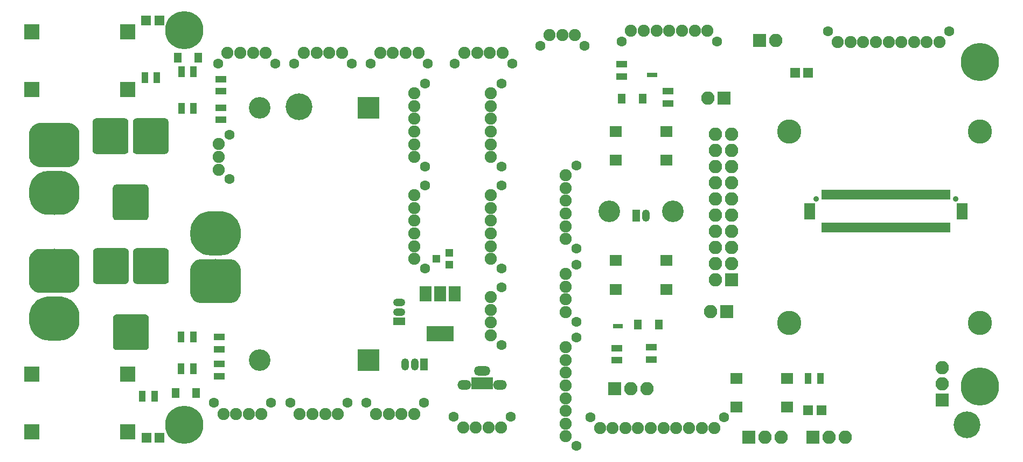
<source format=gts>
G04 #@! TF.GenerationSoftware,KiCad,Pcbnew,(2017-08-27 revision e3c64f1f0)-makepkg*
G04 #@! TF.CreationDate,2017-09-07T11:52:54+02:00*
G04 #@! TF.ProjectId,Breakout-Platine-Cube,427265616B6F75742D506C6174696E65,rev?*
G04 #@! TF.SameCoordinates,Original*
G04 #@! TF.FileFunction,Soldermask,Top*
G04 #@! TF.FilePolarity,Negative*
%FSLAX46Y46*%
G04 Gerber Fmt 4.6, Leading zero omitted, Abs format (unit mm)*
G04 Created by KiCad (PCBNEW (2017-08-27 revision e3c64f1f0)-makepkg) date 09/07/17 11:52:54*
%MOMM*%
%LPD*%
G01*
G04 APERTURE LIST*
%ADD10R,1.900000X2.400000*%
%ADD11R,4.200000X2.400000*%
%ADD12C,1.600000*%
%ADD13C,1.900000*%
%ADD14C,0.100000*%
%ADD15C,5.600000*%
%ADD16R,1.100000X1.700000*%
%ADD17C,6.000000*%
%ADD18O,1.900000X1.200000*%
%ADD19R,1.900000X1.200000*%
%ADD20C,4.200000*%
%ADD21R,0.650000X1.550000*%
%ADD22C,0.900000*%
%ADD23R,1.800000X2.500000*%
%ADD24C,3.800000*%
%ADD25O,1.200000X1.900000*%
%ADD26R,1.200000X1.900000*%
%ADD27C,3.400000*%
%ADD28R,1.700000X1.100000*%
%ADD29R,1.300000X1.600000*%
%ADD30R,2.100000X2.100000*%
%ADD31O,2.100000X2.100000*%
%ADD32R,0.850000X0.800000*%
%ADD33O,2.600000X1.500000*%
%ADD34O,2.200000X1.500000*%
%ADD35R,0.850000X1.900000*%
%ADD36C,6.900000*%
%ADD37R,1.950000X1.700000*%
%ADD38R,3.400000X3.400000*%
%ADD39R,2.400000X2.400000*%
%ADD40R,1.598880X1.598880*%
%ADD41R,1.300000X1.200000*%
G04 APERTURE END LIST*
D10*
X231470000Y-132700000D03*
X226870000Y-132700000D03*
X229170000Y-132700000D03*
D11*
X229170000Y-139000000D03*
D12*
X238845618Y-140722266D03*
X238845618Y-131722266D03*
D13*
X237145618Y-139222266D03*
X237145618Y-137222266D03*
X237145618Y-135222266D03*
X237145618Y-133222266D03*
D14*
G36*
X182844890Y-115552697D02*
X182899251Y-115560760D01*
X182952559Y-115574113D01*
X183004303Y-115592627D01*
X183053982Y-115616124D01*
X183101119Y-115644377D01*
X183145260Y-115677114D01*
X183185980Y-115714020D01*
X183222886Y-115754740D01*
X183255623Y-115798881D01*
X183283876Y-115846018D01*
X183307373Y-115895697D01*
X183325887Y-115947441D01*
X183339240Y-116000749D01*
X183347303Y-116055110D01*
X183350000Y-116110000D01*
X183350000Y-120590000D01*
X183347303Y-120644890D01*
X183339240Y-120699251D01*
X183325887Y-120752559D01*
X183307373Y-120804303D01*
X183283876Y-120853982D01*
X183255623Y-120901119D01*
X183222886Y-120945260D01*
X183185980Y-120985980D01*
X183145260Y-121022886D01*
X183101119Y-121055623D01*
X183053982Y-121083876D01*
X183004303Y-121107373D01*
X182952559Y-121125887D01*
X182899251Y-121139240D01*
X182844890Y-121147303D01*
X182790000Y-121150000D01*
X178310000Y-121150000D01*
X178255110Y-121147303D01*
X178200749Y-121139240D01*
X178147441Y-121125887D01*
X178095697Y-121107373D01*
X178046018Y-121083876D01*
X177998881Y-121055623D01*
X177954740Y-121022886D01*
X177914020Y-120985980D01*
X177877114Y-120945260D01*
X177844377Y-120901119D01*
X177816124Y-120853982D01*
X177792627Y-120804303D01*
X177774113Y-120752559D01*
X177760760Y-120699251D01*
X177752697Y-120644890D01*
X177750000Y-120590000D01*
X177750000Y-116110000D01*
X177752697Y-116055110D01*
X177760760Y-116000749D01*
X177774113Y-115947441D01*
X177792627Y-115895697D01*
X177816124Y-115846018D01*
X177844377Y-115798881D01*
X177877114Y-115754740D01*
X177914020Y-115714020D01*
X177954740Y-115677114D01*
X177998881Y-115644377D01*
X178046018Y-115616124D01*
X178095697Y-115592627D01*
X178147441Y-115574113D01*
X178200749Y-115560760D01*
X178255110Y-115552697D01*
X178310000Y-115550000D01*
X182790000Y-115550000D01*
X182844890Y-115552697D01*
X182844890Y-115552697D01*
G37*
D15*
X180550000Y-118350000D03*
D14*
G36*
X179694890Y-105152697D02*
X179749251Y-105160760D01*
X179802559Y-105174113D01*
X179854303Y-105192627D01*
X179903982Y-105216124D01*
X179951119Y-105244377D01*
X179995260Y-105277114D01*
X180035980Y-105314020D01*
X180072886Y-105354740D01*
X180105623Y-105398881D01*
X180133876Y-105446018D01*
X180157373Y-105495697D01*
X180175887Y-105547441D01*
X180189240Y-105600749D01*
X180197303Y-105655110D01*
X180200000Y-105710000D01*
X180200000Y-110190000D01*
X180197303Y-110244890D01*
X180189240Y-110299251D01*
X180175887Y-110352559D01*
X180157373Y-110404303D01*
X180133876Y-110453982D01*
X180105623Y-110501119D01*
X180072886Y-110545260D01*
X180035980Y-110585980D01*
X179995260Y-110622886D01*
X179951119Y-110655623D01*
X179903982Y-110683876D01*
X179854303Y-110707373D01*
X179802559Y-110725887D01*
X179749251Y-110739240D01*
X179694890Y-110747303D01*
X179640000Y-110750000D01*
X175160000Y-110750000D01*
X175105110Y-110747303D01*
X175050749Y-110739240D01*
X174997441Y-110725887D01*
X174945697Y-110707373D01*
X174896018Y-110683876D01*
X174848881Y-110655623D01*
X174804740Y-110622886D01*
X174764020Y-110585980D01*
X174727114Y-110545260D01*
X174694377Y-110501119D01*
X174666124Y-110453982D01*
X174642627Y-110404303D01*
X174624113Y-110352559D01*
X174610760Y-110299251D01*
X174602697Y-110244890D01*
X174600000Y-110190000D01*
X174600000Y-105710000D01*
X174602697Y-105655110D01*
X174610760Y-105600749D01*
X174624113Y-105547441D01*
X174642627Y-105495697D01*
X174666124Y-105446018D01*
X174694377Y-105398881D01*
X174727114Y-105354740D01*
X174764020Y-105314020D01*
X174804740Y-105277114D01*
X174848881Y-105244377D01*
X174896018Y-105216124D01*
X174945697Y-105192627D01*
X174997441Y-105174113D01*
X175050749Y-105160760D01*
X175105110Y-105152697D01*
X175160000Y-105150000D01*
X179640000Y-105150000D01*
X179694890Y-105152697D01*
X179694890Y-105152697D01*
G37*
D15*
X177400000Y-107950000D03*
D14*
G36*
X185994890Y-105152697D02*
X186049251Y-105160760D01*
X186102559Y-105174113D01*
X186154303Y-105192627D01*
X186203982Y-105216124D01*
X186251119Y-105244377D01*
X186295260Y-105277114D01*
X186335980Y-105314020D01*
X186372886Y-105354740D01*
X186405623Y-105398881D01*
X186433876Y-105446018D01*
X186457373Y-105495697D01*
X186475887Y-105547441D01*
X186489240Y-105600749D01*
X186497303Y-105655110D01*
X186500000Y-105710000D01*
X186500000Y-110190000D01*
X186497303Y-110244890D01*
X186489240Y-110299251D01*
X186475887Y-110352559D01*
X186457373Y-110404303D01*
X186433876Y-110453982D01*
X186405623Y-110501119D01*
X186372886Y-110545260D01*
X186335980Y-110585980D01*
X186295260Y-110622886D01*
X186251119Y-110655623D01*
X186203982Y-110683876D01*
X186154303Y-110707373D01*
X186102559Y-110725887D01*
X186049251Y-110739240D01*
X185994890Y-110747303D01*
X185940000Y-110750000D01*
X181460000Y-110750000D01*
X181405110Y-110747303D01*
X181350749Y-110739240D01*
X181297441Y-110725887D01*
X181245697Y-110707373D01*
X181196018Y-110683876D01*
X181148881Y-110655623D01*
X181104740Y-110622886D01*
X181064020Y-110585980D01*
X181027114Y-110545260D01*
X180994377Y-110501119D01*
X180966124Y-110453982D01*
X180942627Y-110404303D01*
X180924113Y-110352559D01*
X180910760Y-110299251D01*
X180902697Y-110244890D01*
X180900000Y-110190000D01*
X180900000Y-105710000D01*
X180902697Y-105655110D01*
X180910760Y-105600749D01*
X180924113Y-105547441D01*
X180942627Y-105495697D01*
X180966124Y-105446018D01*
X180994377Y-105398881D01*
X181027114Y-105354740D01*
X181064020Y-105314020D01*
X181104740Y-105277114D01*
X181148881Y-105244377D01*
X181196018Y-105216124D01*
X181245697Y-105192627D01*
X181297441Y-105174113D01*
X181350749Y-105160760D01*
X181405110Y-105152697D01*
X181460000Y-105150000D01*
X185940000Y-105150000D01*
X185994890Y-105152697D01*
X185994890Y-105152697D01*
G37*
D15*
X183700000Y-107950000D03*
D14*
G36*
X182894890Y-135952697D02*
X182949251Y-135960760D01*
X183002559Y-135974113D01*
X183054303Y-135992627D01*
X183103982Y-136016124D01*
X183151119Y-136044377D01*
X183195260Y-136077114D01*
X183235980Y-136114020D01*
X183272886Y-136154740D01*
X183305623Y-136198881D01*
X183333876Y-136246018D01*
X183357373Y-136295697D01*
X183375887Y-136347441D01*
X183389240Y-136400749D01*
X183397303Y-136455110D01*
X183400000Y-136510000D01*
X183400000Y-140990000D01*
X183397303Y-141044890D01*
X183389240Y-141099251D01*
X183375887Y-141152559D01*
X183357373Y-141204303D01*
X183333876Y-141253982D01*
X183305623Y-141301119D01*
X183272886Y-141345260D01*
X183235980Y-141385980D01*
X183195260Y-141422886D01*
X183151119Y-141455623D01*
X183103982Y-141483876D01*
X183054303Y-141507373D01*
X183002559Y-141525887D01*
X182949251Y-141539240D01*
X182894890Y-141547303D01*
X182840000Y-141550000D01*
X178360000Y-141550000D01*
X178305110Y-141547303D01*
X178250749Y-141539240D01*
X178197441Y-141525887D01*
X178145697Y-141507373D01*
X178096018Y-141483876D01*
X178048881Y-141455623D01*
X178004740Y-141422886D01*
X177964020Y-141385980D01*
X177927114Y-141345260D01*
X177894377Y-141301119D01*
X177866124Y-141253982D01*
X177842627Y-141204303D01*
X177824113Y-141152559D01*
X177810760Y-141099251D01*
X177802697Y-141044890D01*
X177800000Y-140990000D01*
X177800000Y-136510000D01*
X177802697Y-136455110D01*
X177810760Y-136400749D01*
X177824113Y-136347441D01*
X177842627Y-136295697D01*
X177866124Y-136246018D01*
X177894377Y-136198881D01*
X177927114Y-136154740D01*
X177964020Y-136114020D01*
X178004740Y-136077114D01*
X178048881Y-136044377D01*
X178096018Y-136016124D01*
X178145697Y-135992627D01*
X178197441Y-135974113D01*
X178250749Y-135960760D01*
X178305110Y-135952697D01*
X178360000Y-135950000D01*
X182840000Y-135950000D01*
X182894890Y-135952697D01*
X182894890Y-135952697D01*
G37*
D15*
X180600000Y-138750000D03*
D14*
G36*
X179744890Y-125552697D02*
X179799251Y-125560760D01*
X179852559Y-125574113D01*
X179904303Y-125592627D01*
X179953982Y-125616124D01*
X180001119Y-125644377D01*
X180045260Y-125677114D01*
X180085980Y-125714020D01*
X180122886Y-125754740D01*
X180155623Y-125798881D01*
X180183876Y-125846018D01*
X180207373Y-125895697D01*
X180225887Y-125947441D01*
X180239240Y-126000749D01*
X180247303Y-126055110D01*
X180250000Y-126110000D01*
X180250000Y-130590000D01*
X180247303Y-130644890D01*
X180239240Y-130699251D01*
X180225887Y-130752559D01*
X180207373Y-130804303D01*
X180183876Y-130853982D01*
X180155623Y-130901119D01*
X180122886Y-130945260D01*
X180085980Y-130985980D01*
X180045260Y-131022886D01*
X180001119Y-131055623D01*
X179953982Y-131083876D01*
X179904303Y-131107373D01*
X179852559Y-131125887D01*
X179799251Y-131139240D01*
X179744890Y-131147303D01*
X179690000Y-131150000D01*
X175210000Y-131150000D01*
X175155110Y-131147303D01*
X175100749Y-131139240D01*
X175047441Y-131125887D01*
X174995697Y-131107373D01*
X174946018Y-131083876D01*
X174898881Y-131055623D01*
X174854740Y-131022886D01*
X174814020Y-130985980D01*
X174777114Y-130945260D01*
X174744377Y-130901119D01*
X174716124Y-130853982D01*
X174692627Y-130804303D01*
X174674113Y-130752559D01*
X174660760Y-130699251D01*
X174652697Y-130644890D01*
X174650000Y-130590000D01*
X174650000Y-126110000D01*
X174652697Y-126055110D01*
X174660760Y-126000749D01*
X174674113Y-125947441D01*
X174692627Y-125895697D01*
X174716124Y-125846018D01*
X174744377Y-125798881D01*
X174777114Y-125754740D01*
X174814020Y-125714020D01*
X174854740Y-125677114D01*
X174898881Y-125644377D01*
X174946018Y-125616124D01*
X174995697Y-125592627D01*
X175047441Y-125574113D01*
X175100749Y-125560760D01*
X175155110Y-125552697D01*
X175210000Y-125550000D01*
X179690000Y-125550000D01*
X179744890Y-125552697D01*
X179744890Y-125552697D01*
G37*
D15*
X177450000Y-128350000D03*
D14*
G36*
X186044890Y-125552697D02*
X186099251Y-125560760D01*
X186152559Y-125574113D01*
X186204303Y-125592627D01*
X186253982Y-125616124D01*
X186301119Y-125644377D01*
X186345260Y-125677114D01*
X186385980Y-125714020D01*
X186422886Y-125754740D01*
X186455623Y-125798881D01*
X186483876Y-125846018D01*
X186507373Y-125895697D01*
X186525887Y-125947441D01*
X186539240Y-126000749D01*
X186547303Y-126055110D01*
X186550000Y-126110000D01*
X186550000Y-130590000D01*
X186547303Y-130644890D01*
X186539240Y-130699251D01*
X186525887Y-130752559D01*
X186507373Y-130804303D01*
X186483876Y-130853982D01*
X186455623Y-130901119D01*
X186422886Y-130945260D01*
X186385980Y-130985980D01*
X186345260Y-131022886D01*
X186301119Y-131055623D01*
X186253982Y-131083876D01*
X186204303Y-131107373D01*
X186152559Y-131125887D01*
X186099251Y-131139240D01*
X186044890Y-131147303D01*
X185990000Y-131150000D01*
X181510000Y-131150000D01*
X181455110Y-131147303D01*
X181400749Y-131139240D01*
X181347441Y-131125887D01*
X181295697Y-131107373D01*
X181246018Y-131083876D01*
X181198881Y-131055623D01*
X181154740Y-131022886D01*
X181114020Y-130985980D01*
X181077114Y-130945260D01*
X181044377Y-130901119D01*
X181016124Y-130853982D01*
X180992627Y-130804303D01*
X180974113Y-130752559D01*
X180960760Y-130699251D01*
X180952697Y-130644890D01*
X180950000Y-130590000D01*
X180950000Y-126110000D01*
X180952697Y-126055110D01*
X180960760Y-126000749D01*
X180974113Y-125947441D01*
X180992627Y-125895697D01*
X181016124Y-125846018D01*
X181044377Y-125798881D01*
X181077114Y-125754740D01*
X181114020Y-125714020D01*
X181154740Y-125677114D01*
X181198881Y-125644377D01*
X181246018Y-125616124D01*
X181295697Y-125592627D01*
X181347441Y-125574113D01*
X181400749Y-125560760D01*
X181455110Y-125552697D01*
X181510000Y-125550000D01*
X185990000Y-125550000D01*
X186044890Y-125552697D01*
X186044890Y-125552697D01*
G37*
D15*
X183750000Y-128350000D03*
D16*
X188510000Y-144510000D03*
X190410000Y-144510000D03*
X188510000Y-139460000D03*
X190410000Y-139460000D03*
D17*
X189000000Y-153300000D03*
X189000000Y-91300000D03*
X314000000Y-96300000D03*
X314000000Y-147300000D03*
D18*
X222730000Y-134060000D03*
X222730000Y-135560000D03*
D19*
X222730000Y-137060000D03*
D20*
X207000000Y-103300000D03*
X312000000Y-153300000D03*
D21*
X309001664Y-122324720D03*
X308501664Y-122324720D03*
X308001664Y-122324720D03*
X307501664Y-122324720D03*
X307001664Y-122324720D03*
X306501664Y-122324720D03*
X306001664Y-122324720D03*
X305501664Y-122324720D03*
X305001664Y-122324720D03*
X304501664Y-122324720D03*
X304001664Y-122324720D03*
X303501664Y-122324720D03*
X303001664Y-122324720D03*
X302501664Y-122324720D03*
X302001664Y-122324720D03*
X301501664Y-122324720D03*
X301001664Y-122324720D03*
X300501664Y-122324720D03*
X300001664Y-122324720D03*
X299501664Y-122324720D03*
X299001664Y-122324720D03*
X298501664Y-122324720D03*
X298001664Y-122324720D03*
X297501664Y-122324720D03*
X297001664Y-122324720D03*
X296501664Y-122324720D03*
X296001664Y-122324720D03*
X295501664Y-122324720D03*
X295001664Y-122324720D03*
X294501664Y-122324720D03*
X294001664Y-122324720D03*
X293501664Y-122324720D03*
X293001664Y-122324720D03*
X292501664Y-122324720D03*
X292001664Y-122324720D03*
X291501664Y-122324720D03*
X291001664Y-122324720D03*
X290501664Y-122324720D03*
X290001664Y-122324720D03*
X309001664Y-117175000D03*
X308501664Y-117175000D03*
X308001664Y-117175000D03*
X307501664Y-117175000D03*
X307001664Y-117175000D03*
X306501664Y-117175000D03*
X306001664Y-117175000D03*
X305501664Y-117175000D03*
X305001664Y-117175000D03*
X304501664Y-117175000D03*
X304001664Y-117175000D03*
X303501664Y-117175000D03*
X303001664Y-117175000D03*
X302501664Y-117175000D03*
X302001664Y-117175000D03*
X301501664Y-117175000D03*
X301001664Y-117175000D03*
X300501664Y-117175000D03*
X300001664Y-117175000D03*
X299501664Y-117175000D03*
X299001664Y-117175000D03*
X298501664Y-117175000D03*
X298001664Y-117175000D03*
X297501664Y-117175000D03*
X297001664Y-117175000D03*
X296501664Y-117175000D03*
X296001664Y-117175000D03*
X295501664Y-117175000D03*
X295001664Y-117175000D03*
X294501664Y-117175000D03*
X294001664Y-117175000D03*
X293501664Y-117175000D03*
X293001664Y-117175000D03*
X292501664Y-117175000D03*
X292001664Y-117175000D03*
X291501664Y-117175000D03*
X291001664Y-117175000D03*
X290501664Y-117175000D03*
X290001664Y-117175000D03*
X289501664Y-122324720D03*
X289501664Y-117175000D03*
D22*
X288250832Y-117850000D03*
X310250832Y-117850000D03*
D23*
X287250832Y-119750000D03*
X311250832Y-119749720D03*
D24*
X314050000Y-107250000D03*
X284050000Y-107250000D03*
X314050000Y-137250000D03*
X284050000Y-137250000D03*
D12*
X250600000Y-137100000D03*
X250600000Y-128100000D03*
D13*
X248900000Y-135600000D03*
X248900000Y-133600000D03*
X248900000Y-131600000D03*
X248900000Y-129600000D03*
X248900000Y-124100000D03*
X248900000Y-122100000D03*
D12*
X250600000Y-125600000D03*
X250600000Y-112600000D03*
D13*
X248900000Y-120100000D03*
X248900000Y-118100000D03*
X248900000Y-116100000D03*
X248900000Y-114100000D03*
X272300000Y-153800000D03*
X268300000Y-153800000D03*
X270300000Y-153800000D03*
X264300000Y-153800000D03*
X266300000Y-153800000D03*
X262300000Y-153800000D03*
D12*
X273800000Y-152100000D03*
X252800000Y-152100000D03*
D13*
X260300000Y-153800000D03*
X258300000Y-153800000D03*
X256300000Y-153800000D03*
X254300000Y-153800000D03*
X248900000Y-155100000D03*
X248900000Y-151100000D03*
X248900000Y-153100000D03*
X248900000Y-149100000D03*
D12*
X250600000Y-156600000D03*
X250600000Y-139600000D03*
D13*
X248900000Y-147100000D03*
X248900000Y-145100000D03*
X248900000Y-143100000D03*
X248900000Y-141100000D03*
D25*
X223695618Y-143772266D03*
X225195618Y-143772266D03*
D26*
X226695618Y-143772266D03*
D12*
X244900000Y-93800000D03*
X251900000Y-93800000D03*
D13*
X246400000Y-92100000D03*
X248400000Y-92100000D03*
X250400000Y-92100000D03*
D12*
X196100000Y-114700000D03*
X196100000Y-107700000D03*
D13*
X194400000Y-113200000D03*
X194400000Y-111200000D03*
X194400000Y-109200000D03*
X225145618Y-111222266D03*
X225145618Y-109222266D03*
D12*
X226845618Y-112722266D03*
X226845618Y-99722266D03*
D13*
X225145618Y-107222266D03*
X225145618Y-105222266D03*
X225145618Y-103222266D03*
X225145618Y-101222266D03*
X237145618Y-111222266D03*
X237145618Y-109222266D03*
D12*
X238845618Y-112722266D03*
X238845618Y-99722266D03*
D13*
X237145618Y-107222266D03*
X237145618Y-105222266D03*
X237145618Y-103222266D03*
X237145618Y-101222266D03*
X237145618Y-127222266D03*
X237145618Y-125222266D03*
D12*
X238845618Y-128722266D03*
X238845618Y-115722266D03*
D13*
X237145618Y-123222266D03*
X237145618Y-121222266D03*
X237145618Y-119222266D03*
X237145618Y-117222266D03*
X225145618Y-127222266D03*
X225145618Y-125222266D03*
D12*
X226845618Y-128722266D03*
X226845618Y-115722266D03*
D13*
X225145618Y-123222266D03*
X225145618Y-121222266D03*
X225145618Y-119222266D03*
X225145618Y-117222266D03*
D12*
X226622266Y-149854382D03*
X217622266Y-149854382D03*
D13*
X225122266Y-151554382D03*
X223122266Y-151554382D03*
X221122266Y-151554382D03*
X219122266Y-151554382D03*
D12*
X231500000Y-96600000D03*
X240500000Y-96600000D03*
D13*
X233000000Y-94900000D03*
X235000000Y-94900000D03*
X237000000Y-94900000D03*
X239000000Y-94900000D03*
D12*
X194277734Y-96545618D03*
X203277734Y-96545618D03*
D13*
X195777734Y-94845618D03*
X197777734Y-94845618D03*
X199777734Y-94845618D03*
X201777734Y-94845618D03*
D12*
X202622266Y-149854382D03*
X193622266Y-149854382D03*
D13*
X201122266Y-151554382D03*
X199122266Y-151554382D03*
X197122266Y-151554382D03*
X195122266Y-151554382D03*
D12*
X218277734Y-96545618D03*
X227277734Y-96545618D03*
D13*
X219777734Y-94845618D03*
X221777734Y-94845618D03*
X223777734Y-94845618D03*
X225777734Y-94845618D03*
D12*
X240300000Y-152000000D03*
X231300000Y-152000000D03*
D13*
X238800000Y-153700000D03*
X236800000Y-153700000D03*
X234800000Y-153700000D03*
X232800000Y-153700000D03*
D12*
X206277734Y-96545618D03*
X215277734Y-96545618D03*
D13*
X207777734Y-94845618D03*
X209777734Y-94845618D03*
X211777734Y-94845618D03*
X213777734Y-94845618D03*
D12*
X214622266Y-149854382D03*
X205622266Y-149854382D03*
D13*
X213122266Y-151554382D03*
X211122266Y-151554382D03*
X209122266Y-151554382D03*
X207122266Y-151554382D03*
D27*
X255750000Y-119750000D03*
X265750000Y-119750000D03*
D28*
X194754382Y-100882806D03*
X194754382Y-98982806D03*
X194754382Y-105382806D03*
X194754382Y-103482806D03*
X257000000Y-143150000D03*
X257000000Y-141250000D03*
D16*
X188536071Y-97851687D03*
X190436071Y-97851687D03*
D29*
X191220000Y-95640000D03*
X187920000Y-95640000D03*
D30*
X273790000Y-102000000D03*
D31*
X271250000Y-102000000D03*
D32*
X262150000Y-98350000D03*
X262850000Y-98350000D03*
X257500000Y-137750000D03*
X256800000Y-137750000D03*
D29*
X257700000Y-102100000D03*
X261000000Y-102100000D03*
X263550000Y-137500000D03*
X260250000Y-137500000D03*
X187580000Y-148320000D03*
X190880000Y-148320000D03*
D33*
X235800000Y-144850000D03*
D34*
X233000000Y-147000000D03*
X238600000Y-147000000D03*
D35*
X237100000Y-146750000D03*
X234500000Y-146750000D03*
X236450000Y-146750000D03*
X235150000Y-146750000D03*
X235800000Y-146750000D03*
D31*
X272460000Y-107640000D03*
X275000000Y-107640000D03*
X272460000Y-110180000D03*
X275000000Y-110180000D03*
X272460000Y-112720000D03*
X275000000Y-112720000D03*
X272460000Y-115260000D03*
X275000000Y-115260000D03*
X272460000Y-117800000D03*
X275000000Y-117800000D03*
X272460000Y-120340000D03*
X275000000Y-120340000D03*
X272460000Y-122880000D03*
X275000000Y-122880000D03*
X272460000Y-125420000D03*
X275000000Y-125420000D03*
X272460000Y-127960000D03*
X275000000Y-127960000D03*
X272460000Y-130500000D03*
D30*
X275000000Y-130500000D03*
D31*
X271710000Y-135500000D03*
D30*
X274250000Y-135500000D03*
D31*
X261740000Y-147600000D03*
X259200000Y-147600000D03*
D30*
X256660000Y-147600000D03*
D14*
G36*
X195039343Y-119784951D02*
X195340755Y-119829662D01*
X195636334Y-119903700D01*
X195923232Y-120006354D01*
X196198687Y-120136634D01*
X196460046Y-120293287D01*
X196704791Y-120474803D01*
X196930567Y-120679433D01*
X197135197Y-120905209D01*
X197316713Y-121149954D01*
X197473366Y-121411313D01*
X197603646Y-121686768D01*
X197706300Y-121973666D01*
X197780338Y-122269245D01*
X197825049Y-122570657D01*
X197840000Y-122875000D01*
X197840000Y-123565000D01*
X197825049Y-123869343D01*
X197780338Y-124170755D01*
X197706300Y-124466334D01*
X197603646Y-124753232D01*
X197473366Y-125028687D01*
X197316713Y-125290046D01*
X197135197Y-125534791D01*
X196930567Y-125760567D01*
X196704791Y-125965197D01*
X196460046Y-126146713D01*
X196198687Y-126303366D01*
X195923232Y-126433646D01*
X195636334Y-126536300D01*
X195340755Y-126610338D01*
X195039343Y-126655049D01*
X194735000Y-126670000D01*
X193045000Y-126670000D01*
X192740657Y-126655049D01*
X192439245Y-126610338D01*
X192143666Y-126536300D01*
X191856768Y-126433646D01*
X191581313Y-126303366D01*
X191319954Y-126146713D01*
X191075209Y-125965197D01*
X190849433Y-125760567D01*
X190644803Y-125534791D01*
X190463287Y-125290046D01*
X190306634Y-125028687D01*
X190176354Y-124753232D01*
X190073700Y-124466334D01*
X189999662Y-124170755D01*
X189954951Y-123869343D01*
X189940000Y-123565000D01*
X189940000Y-122875000D01*
X189954951Y-122570657D01*
X189999662Y-122269245D01*
X190073700Y-121973666D01*
X190176354Y-121686768D01*
X190306634Y-121411313D01*
X190463287Y-121149954D01*
X190644803Y-120905209D01*
X190849433Y-120679433D01*
X191075209Y-120474803D01*
X191319954Y-120293287D01*
X191581313Y-120136634D01*
X191856768Y-120006354D01*
X192143666Y-119903700D01*
X192439245Y-119829662D01*
X192740657Y-119784951D01*
X193045000Y-119770000D01*
X194735000Y-119770000D01*
X195039343Y-119784951D01*
X195039343Y-119784951D01*
G37*
D36*
X193890000Y-123220000D03*
D14*
G36*
X196284080Y-127278306D02*
X196451531Y-127303145D01*
X196615741Y-127344278D01*
X196775129Y-127401308D01*
X196928159Y-127473686D01*
X197073359Y-127560715D01*
X197209328Y-127661557D01*
X197334759Y-127775241D01*
X197448443Y-127900672D01*
X197549285Y-128036641D01*
X197636314Y-128181841D01*
X197708692Y-128334871D01*
X197765722Y-128494259D01*
X197806855Y-128658469D01*
X197831694Y-128825920D01*
X197840000Y-128995000D01*
X197840000Y-132445000D01*
X197831694Y-132614080D01*
X197806855Y-132781531D01*
X197765722Y-132945741D01*
X197708692Y-133105129D01*
X197636314Y-133258159D01*
X197549285Y-133403359D01*
X197448443Y-133539328D01*
X197334759Y-133664759D01*
X197209328Y-133778443D01*
X197073359Y-133879285D01*
X196928159Y-133966314D01*
X196775129Y-134038692D01*
X196615741Y-134095722D01*
X196451531Y-134136855D01*
X196284080Y-134161694D01*
X196115000Y-134170000D01*
X191665000Y-134170000D01*
X191495920Y-134161694D01*
X191328469Y-134136855D01*
X191164259Y-134095722D01*
X191004871Y-134038692D01*
X190851841Y-133966314D01*
X190706641Y-133879285D01*
X190570672Y-133778443D01*
X190445241Y-133664759D01*
X190331557Y-133539328D01*
X190230715Y-133403359D01*
X190143686Y-133258159D01*
X190071308Y-133105129D01*
X190014278Y-132945741D01*
X189973145Y-132781531D01*
X189948306Y-132614080D01*
X189940000Y-132445000D01*
X189940000Y-128995000D01*
X189948306Y-128825920D01*
X189973145Y-128658469D01*
X190014278Y-128494259D01*
X190071308Y-128334871D01*
X190143686Y-128181841D01*
X190230715Y-128036641D01*
X190331557Y-127900672D01*
X190445241Y-127775241D01*
X190570672Y-127661557D01*
X190706641Y-127560715D01*
X190851841Y-127473686D01*
X191004871Y-127401308D01*
X191164259Y-127344278D01*
X191328469Y-127303145D01*
X191495920Y-127278306D01*
X191665000Y-127270000D01*
X196115000Y-127270000D01*
X196284080Y-127278306D01*
X196284080Y-127278306D01*
G37*
D36*
X193890000Y-130720000D03*
D14*
G36*
X169699343Y-113414951D02*
X170000755Y-113459662D01*
X170296334Y-113533700D01*
X170583232Y-113636354D01*
X170858687Y-113766634D01*
X171120046Y-113923287D01*
X171364791Y-114104803D01*
X171590567Y-114309433D01*
X171795197Y-114535209D01*
X171976713Y-114779954D01*
X172133366Y-115041313D01*
X172263646Y-115316768D01*
X172366300Y-115603666D01*
X172440338Y-115899245D01*
X172485049Y-116200657D01*
X172500000Y-116505000D01*
X172500000Y-117195000D01*
X172485049Y-117499343D01*
X172440338Y-117800755D01*
X172366300Y-118096334D01*
X172263646Y-118383232D01*
X172133366Y-118658687D01*
X171976713Y-118920046D01*
X171795197Y-119164791D01*
X171590567Y-119390567D01*
X171364791Y-119595197D01*
X171120046Y-119776713D01*
X170858687Y-119933366D01*
X170583232Y-120063646D01*
X170296334Y-120166300D01*
X170000755Y-120240338D01*
X169699343Y-120285049D01*
X169395000Y-120300000D01*
X167705000Y-120300000D01*
X167400657Y-120285049D01*
X167099245Y-120240338D01*
X166803666Y-120166300D01*
X166516768Y-120063646D01*
X166241313Y-119933366D01*
X165979954Y-119776713D01*
X165735209Y-119595197D01*
X165509433Y-119390567D01*
X165304803Y-119164791D01*
X165123287Y-118920046D01*
X164966634Y-118658687D01*
X164836354Y-118383232D01*
X164733700Y-118096334D01*
X164659662Y-117800755D01*
X164614951Y-117499343D01*
X164600000Y-117195000D01*
X164600000Y-116505000D01*
X164614951Y-116200657D01*
X164659662Y-115899245D01*
X164733700Y-115603666D01*
X164836354Y-115316768D01*
X164966634Y-115041313D01*
X165123287Y-114779954D01*
X165304803Y-114535209D01*
X165509433Y-114309433D01*
X165735209Y-114104803D01*
X165979954Y-113923287D01*
X166241313Y-113766634D01*
X166516768Y-113636354D01*
X166803666Y-113533700D01*
X167099245Y-113459662D01*
X167400657Y-113414951D01*
X167705000Y-113400000D01*
X169395000Y-113400000D01*
X169699343Y-113414951D01*
X169699343Y-113414951D01*
G37*
D36*
X168550000Y-116850000D03*
D14*
G36*
X170944080Y-105908306D02*
X171111531Y-105933145D01*
X171275741Y-105974278D01*
X171435129Y-106031308D01*
X171588159Y-106103686D01*
X171733359Y-106190715D01*
X171869328Y-106291557D01*
X171994759Y-106405241D01*
X172108443Y-106530672D01*
X172209285Y-106666641D01*
X172296314Y-106811841D01*
X172368692Y-106964871D01*
X172425722Y-107124259D01*
X172466855Y-107288469D01*
X172491694Y-107455920D01*
X172500000Y-107625000D01*
X172500000Y-111075000D01*
X172491694Y-111244080D01*
X172466855Y-111411531D01*
X172425722Y-111575741D01*
X172368692Y-111735129D01*
X172296314Y-111888159D01*
X172209285Y-112033359D01*
X172108443Y-112169328D01*
X171994759Y-112294759D01*
X171869328Y-112408443D01*
X171733359Y-112509285D01*
X171588159Y-112596314D01*
X171435129Y-112668692D01*
X171275741Y-112725722D01*
X171111531Y-112766855D01*
X170944080Y-112791694D01*
X170775000Y-112800000D01*
X166325000Y-112800000D01*
X166155920Y-112791694D01*
X165988469Y-112766855D01*
X165824259Y-112725722D01*
X165664871Y-112668692D01*
X165511841Y-112596314D01*
X165366641Y-112509285D01*
X165230672Y-112408443D01*
X165105241Y-112294759D01*
X164991557Y-112169328D01*
X164890715Y-112033359D01*
X164803686Y-111888159D01*
X164731308Y-111735129D01*
X164674278Y-111575741D01*
X164633145Y-111411531D01*
X164608306Y-111244080D01*
X164600000Y-111075000D01*
X164600000Y-107625000D01*
X164608306Y-107455920D01*
X164633145Y-107288469D01*
X164674278Y-107124259D01*
X164731308Y-106964871D01*
X164803686Y-106811841D01*
X164890715Y-106666641D01*
X164991557Y-106530672D01*
X165105241Y-106405241D01*
X165230672Y-106291557D01*
X165366641Y-106190715D01*
X165511841Y-106103686D01*
X165664871Y-106031308D01*
X165824259Y-105974278D01*
X165988469Y-105933145D01*
X166155920Y-105908306D01*
X166325000Y-105900000D01*
X170775000Y-105900000D01*
X170944080Y-105908306D01*
X170944080Y-105908306D01*
G37*
D36*
X168550000Y-109350000D03*
D14*
G36*
X170944080Y-125658306D02*
X171111531Y-125683145D01*
X171275741Y-125724278D01*
X171435129Y-125781308D01*
X171588159Y-125853686D01*
X171733359Y-125940715D01*
X171869328Y-126041557D01*
X171994759Y-126155241D01*
X172108443Y-126280672D01*
X172209285Y-126416641D01*
X172296314Y-126561841D01*
X172368692Y-126714871D01*
X172425722Y-126874259D01*
X172466855Y-127038469D01*
X172491694Y-127205920D01*
X172500000Y-127375000D01*
X172500000Y-130825000D01*
X172491694Y-130994080D01*
X172466855Y-131161531D01*
X172425722Y-131325741D01*
X172368692Y-131485129D01*
X172296314Y-131638159D01*
X172209285Y-131783359D01*
X172108443Y-131919328D01*
X171994759Y-132044759D01*
X171869328Y-132158443D01*
X171733359Y-132259285D01*
X171588159Y-132346314D01*
X171435129Y-132418692D01*
X171275741Y-132475722D01*
X171111531Y-132516855D01*
X170944080Y-132541694D01*
X170775000Y-132550000D01*
X166325000Y-132550000D01*
X166155920Y-132541694D01*
X165988469Y-132516855D01*
X165824259Y-132475722D01*
X165664871Y-132418692D01*
X165511841Y-132346314D01*
X165366641Y-132259285D01*
X165230672Y-132158443D01*
X165105241Y-132044759D01*
X164991557Y-131919328D01*
X164890715Y-131783359D01*
X164803686Y-131638159D01*
X164731308Y-131485129D01*
X164674278Y-131325741D01*
X164633145Y-131161531D01*
X164608306Y-130994080D01*
X164600000Y-130825000D01*
X164600000Y-127375000D01*
X164608306Y-127205920D01*
X164633145Y-127038469D01*
X164674278Y-126874259D01*
X164731308Y-126714871D01*
X164803686Y-126561841D01*
X164890715Y-126416641D01*
X164991557Y-126280672D01*
X165105241Y-126155241D01*
X165230672Y-126041557D01*
X165366641Y-125940715D01*
X165511841Y-125853686D01*
X165664871Y-125781308D01*
X165824259Y-125724278D01*
X165988469Y-125683145D01*
X166155920Y-125658306D01*
X166325000Y-125650000D01*
X170775000Y-125650000D01*
X170944080Y-125658306D01*
X170944080Y-125658306D01*
G37*
D36*
X168550000Y-129100000D03*
D14*
G36*
X169699343Y-133164951D02*
X170000755Y-133209662D01*
X170296334Y-133283700D01*
X170583232Y-133386354D01*
X170858687Y-133516634D01*
X171120046Y-133673287D01*
X171364791Y-133854803D01*
X171590567Y-134059433D01*
X171795197Y-134285209D01*
X171976713Y-134529954D01*
X172133366Y-134791313D01*
X172263646Y-135066768D01*
X172366300Y-135353666D01*
X172440338Y-135649245D01*
X172485049Y-135950657D01*
X172500000Y-136255000D01*
X172500000Y-136945000D01*
X172485049Y-137249343D01*
X172440338Y-137550755D01*
X172366300Y-137846334D01*
X172263646Y-138133232D01*
X172133366Y-138408687D01*
X171976713Y-138670046D01*
X171795197Y-138914791D01*
X171590567Y-139140567D01*
X171364791Y-139345197D01*
X171120046Y-139526713D01*
X170858687Y-139683366D01*
X170583232Y-139813646D01*
X170296334Y-139916300D01*
X170000755Y-139990338D01*
X169699343Y-140035049D01*
X169395000Y-140050000D01*
X167705000Y-140050000D01*
X167400657Y-140035049D01*
X167099245Y-139990338D01*
X166803666Y-139916300D01*
X166516768Y-139813646D01*
X166241313Y-139683366D01*
X165979954Y-139526713D01*
X165735209Y-139345197D01*
X165509433Y-139140567D01*
X165304803Y-138914791D01*
X165123287Y-138670046D01*
X164966634Y-138408687D01*
X164836354Y-138133232D01*
X164733700Y-137846334D01*
X164659662Y-137550755D01*
X164614951Y-137249343D01*
X164600000Y-136945000D01*
X164600000Y-136255000D01*
X164614951Y-135950657D01*
X164659662Y-135649245D01*
X164733700Y-135353666D01*
X164836354Y-135066768D01*
X164966634Y-134791313D01*
X165123287Y-134529954D01*
X165304803Y-134285209D01*
X165509433Y-134059433D01*
X165735209Y-133854803D01*
X165979954Y-133673287D01*
X166241313Y-133516634D01*
X166516768Y-133386354D01*
X166803666Y-133283700D01*
X167099245Y-133209662D01*
X167400657Y-133164951D01*
X167705000Y-133150000D01*
X169395000Y-133150000D01*
X169699343Y-133164951D01*
X169699343Y-133164951D01*
G37*
D36*
X168550000Y-136600000D03*
D28*
X194500822Y-141400000D03*
X194500822Y-139500000D03*
X194500000Y-145650000D03*
X194500000Y-143750000D03*
X257750000Y-98550000D03*
X257750000Y-96650000D03*
X265000000Y-100900000D03*
X265000000Y-102800000D03*
X262400000Y-143000000D03*
X262400000Y-141100000D03*
D16*
X287050000Y-146000000D03*
X288950000Y-146000000D03*
X188536071Y-103601687D03*
X190436071Y-103601687D03*
D37*
X275800000Y-150500000D03*
X283750000Y-150500000D03*
X275800000Y-146000000D03*
X283750000Y-146000000D03*
X264725000Y-127500000D03*
X256775000Y-127500000D03*
X264725000Y-132000000D03*
X256775000Y-132000000D03*
X256775000Y-111750000D03*
X264725000Y-111750000D03*
X256775000Y-107250000D03*
X264725000Y-107250000D03*
D38*
X217900000Y-143100000D03*
X217900000Y-103500000D03*
D27*
X200800000Y-143100000D03*
X200800000Y-103500000D03*
D39*
X180050000Y-145350000D03*
X165050000Y-145350000D03*
X180050000Y-154350000D03*
X165050000Y-154350000D03*
X165050000Y-100600000D03*
X180050000Y-100600000D03*
X165050000Y-91600000D03*
X180050000Y-91600000D03*
D40*
X284950980Y-98000000D03*
X287049020Y-98000000D03*
X289149860Y-151000000D03*
X287051820Y-151000000D03*
D13*
X271200000Y-91400000D03*
X269200000Y-91400000D03*
X267200000Y-91400000D03*
X265200000Y-91400000D03*
D12*
X272700000Y-93100000D03*
X257700000Y-93100000D03*
D13*
X261200000Y-91400000D03*
X263200000Y-91400000D03*
X259200000Y-91400000D03*
D26*
X260000000Y-120450000D03*
D25*
X261500000Y-120450000D03*
D13*
X291680000Y-93150000D03*
X293680000Y-93150000D03*
X295680000Y-93150000D03*
X297680000Y-93150000D03*
D12*
X290180000Y-91450000D03*
X309180000Y-91450000D03*
D13*
X301680000Y-93150000D03*
X299680000Y-93150000D03*
X305680000Y-93150000D03*
X303680000Y-93150000D03*
X307680000Y-93150000D03*
D40*
X183011960Y-155340000D03*
X185110000Y-155340000D03*
X182950980Y-89780000D03*
X185049020Y-89780000D03*
D16*
X182400000Y-148810000D03*
X184300000Y-148810000D03*
X182770000Y-98790000D03*
X184670000Y-98790000D03*
D31*
X282820000Y-155250000D03*
X280280000Y-155250000D03*
D30*
X277740000Y-155250000D03*
D31*
X292870000Y-155210000D03*
X290330000Y-155210000D03*
D30*
X287790000Y-155210000D03*
D31*
X281950000Y-92900000D03*
D30*
X279410000Y-92900000D03*
D41*
X228600000Y-127190000D03*
X230600000Y-126240000D03*
X230600000Y-128140000D03*
D31*
X308120000Y-144320000D03*
X308120000Y-146860000D03*
D30*
X308120000Y-149400000D03*
M02*

</source>
